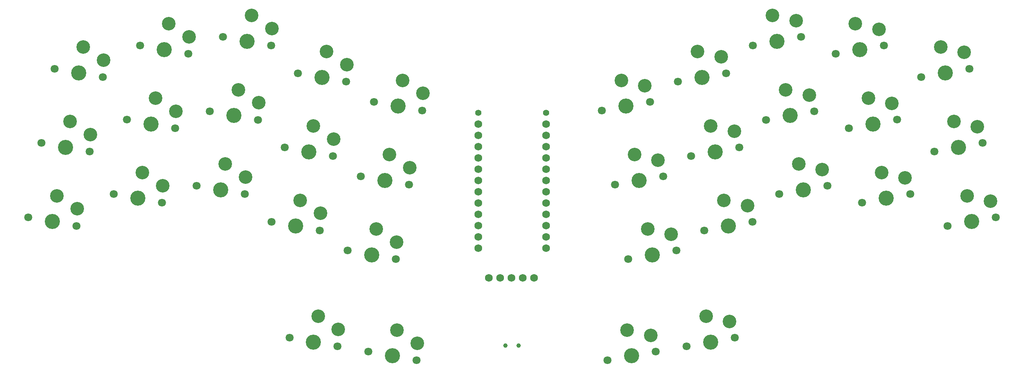
<source format=gts>
%TF.GenerationSoftware,KiCad,Pcbnew,7.0.6*%
%TF.CreationDate,2023-07-14T19:01:00+02:00*%
%TF.ProjectId,Choc34SB,43686f63-3334-4534-922e-6b696361645f,rev?*%
%TF.SameCoordinates,Original*%
%TF.FileFunction,Soldermask,Top*%
%TF.FilePolarity,Negative*%
%FSLAX46Y46*%
G04 Gerber Fmt 4.6, Leading zero omitted, Abs format (unit mm)*
G04 Created by KiCad (PCBNEW 7.0.6) date 2023-07-14 19:01:00*
%MOMM*%
%LPD*%
G01*
G04 APERTURE LIST*
%ADD10C,1.800000*%
%ADD11C,3.050000*%
%ADD12C,3.400000*%
%ADD13C,1.397000*%
%ADD14C,1.752600*%
%ADD15C,1.000000*%
G04 APERTURE END LIST*
D10*
X102717533Y-124505981D03*
D11*
X109158500Y-119650680D03*
D12*
X108133976Y-125461046D03*
D11*
X113717878Y-122587017D03*
D10*
X113550419Y-126416111D03*
X209884858Y-75429988D03*
D11*
X214276777Y-68664557D03*
D12*
X215301301Y-74474923D03*
D11*
X219565477Y-69864413D03*
D10*
X220717744Y-73519858D03*
X191966283Y-126416109D03*
D11*
X196358202Y-119650678D03*
D12*
X197382726Y-125461044D03*
D11*
X201646902Y-120850534D03*
D10*
X202799169Y-124505979D03*
X231449026Y-94068569D03*
D11*
X235840945Y-87303138D03*
D12*
X236865469Y-93113504D03*
D11*
X241129645Y-88502994D03*
D10*
X242281912Y-92158439D03*
X118776026Y-88142058D03*
D11*
X125216993Y-83286757D03*
D12*
X124192469Y-89097123D03*
D11*
X129776371Y-86223094D03*
D10*
X129608912Y-90052188D03*
X175907787Y-90052190D03*
D11*
X180299706Y-83286759D03*
D12*
X181324230Y-89097125D03*
D11*
X185588406Y-84486615D03*
D10*
X186740673Y-88142060D03*
X174239743Y-129541785D03*
D11*
X178631662Y-122776354D03*
D12*
X179656186Y-128586720D03*
D11*
X183920362Y-123976210D03*
D10*
X185072629Y-127631655D03*
D13*
X160382182Y-73858711D03*
D10*
X101639888Y-81668044D03*
D11*
X108080855Y-76812743D03*
D12*
X107056331Y-82623109D03*
D11*
X112640233Y-79749080D03*
D10*
X112472774Y-83578174D03*
X84798954Y-73519854D03*
D11*
X91239921Y-68664553D03*
D12*
X90215397Y-74474919D03*
D11*
X95799299Y-71600890D03*
D10*
X95631840Y-75429984D03*
X63234793Y-92158442D03*
D11*
X69675760Y-87303141D03*
D12*
X68651236Y-93113507D03*
D11*
X74235138Y-90239478D03*
D10*
X74067679Y-94068572D03*
X81846935Y-90261593D03*
D11*
X88287902Y-85406292D03*
D12*
X87263378Y-91216658D03*
D11*
X92847280Y-88342629D03*
D10*
X92679821Y-92171723D03*
X193043920Y-83578177D03*
D11*
X197435839Y-76812746D03*
D12*
X198460363Y-82623112D03*
D11*
X202724539Y-78012602D03*
D10*
X203876806Y-81668047D03*
X104591906Y-64926316D03*
D11*
X111032873Y-60071015D03*
D12*
X110008349Y-65881381D03*
D11*
X115592251Y-63007352D03*
D10*
X115424792Y-66836446D03*
X178859810Y-106793925D03*
D11*
X183251729Y-100028494D03*
D12*
X184276253Y-105838860D03*
D11*
X188540429Y-101228350D03*
D10*
X189692696Y-104883795D03*
X115823999Y-104883790D03*
D11*
X122264966Y-100028489D03*
D12*
X121240442Y-105838855D03*
D11*
X126824344Y-102964826D03*
D10*
X126656885Y-106793920D03*
X49936281Y-63920171D03*
D11*
X56377248Y-59064870D03*
D12*
X55352724Y-64875236D03*
D11*
X60936626Y-62001207D03*
D10*
X60769167Y-65830301D03*
X212836873Y-92171719D03*
D11*
X217228792Y-85406288D03*
D12*
X218253316Y-91216654D03*
D11*
X222517492Y-86606144D03*
D10*
X223669759Y-90261589D03*
X190091905Y-66836448D03*
D11*
X194483824Y-60071017D03*
D12*
X195508348Y-65881383D03*
D11*
X199772524Y-61270873D03*
D10*
X200924791Y-64926318D03*
X87750966Y-56778128D03*
D11*
X94191933Y-51922827D03*
D12*
X93167409Y-57733193D03*
D11*
X98751311Y-54859164D03*
D10*
X98583852Y-58688258D03*
X225544982Y-60585110D03*
D11*
X229936901Y-53819679D03*
D12*
X230961425Y-59630045D03*
D11*
X235225601Y-55019535D03*
D10*
X236377868Y-58674980D03*
X46984260Y-80661913D03*
D11*
X53425227Y-75806612D03*
D12*
X52400703Y-81616978D03*
D11*
X57984605Y-78742949D03*
D10*
X57817146Y-82572043D03*
X121728041Y-71400328D03*
D11*
X128169008Y-66545027D03*
D12*
X127144484Y-72355393D03*
D11*
X132728386Y-69481364D03*
D10*
X132560927Y-73310458D03*
X172955771Y-73310456D03*
D11*
X177347690Y-66545025D03*
D12*
X178372214Y-72355391D03*
D11*
X182636390Y-67744881D03*
D10*
X183788657Y-71400326D03*
X195995944Y-100319908D03*
D11*
X200387863Y-93554477D03*
D12*
X201412387Y-99364843D03*
D11*
X205676563Y-94754333D03*
D10*
X206828830Y-98409778D03*
X44032241Y-97403647D03*
D11*
X50473208Y-92548346D03*
D12*
X49448684Y-98358712D03*
D11*
X55032586Y-95484683D03*
D10*
X54865127Y-99313777D03*
X69138830Y-58674986D03*
D11*
X75579797Y-53819685D03*
D12*
X74555273Y-59630051D03*
D11*
X80139175Y-56756022D03*
D10*
X79971716Y-60585116D03*
X120444073Y-127631650D03*
D11*
X126885040Y-122776349D03*
D12*
X125860516Y-128586715D03*
D11*
X131444418Y-125712686D03*
D10*
X131276959Y-129541780D03*
X247699554Y-82572044D03*
D11*
X252091473Y-75806613D03*
D12*
X253115997Y-81616979D03*
D11*
X257380173Y-77006469D03*
D10*
X258532440Y-80661914D03*
X228496998Y-77326841D03*
D11*
X232888917Y-70561410D03*
D12*
X233913441Y-76371776D03*
D11*
X238177617Y-71761266D03*
D10*
X239329884Y-75416711D03*
X66186814Y-75416706D03*
D11*
X72627781Y-70561405D03*
D12*
X71603257Y-76371771D03*
D11*
X77187159Y-73497742D03*
D10*
X77019700Y-77326836D03*
X206932843Y-58688257D03*
D11*
X211324762Y-51922826D03*
D12*
X212349286Y-57733192D03*
D11*
X216613462Y-53122682D03*
D10*
X217765729Y-56778127D03*
X244747531Y-65830310D03*
D11*
X249139450Y-59064879D03*
D12*
X250163974Y-64875245D03*
D11*
X254428150Y-60264735D03*
D10*
X255580417Y-63920180D03*
D13*
X145148682Y-73858709D03*
D14*
X147518347Y-111055387D03*
X150058347Y-111055387D03*
X152598347Y-111055387D03*
X155138347Y-111055387D03*
X157678347Y-111055387D03*
D10*
X98687872Y-98409775D03*
D11*
X105128839Y-93554474D03*
D12*
X104104315Y-99364840D03*
D11*
X109688217Y-96490811D03*
D10*
X109520758Y-100319905D03*
X250651569Y-99313774D03*
D11*
X255043488Y-92548343D03*
D12*
X256068012Y-98358709D03*
D11*
X260332188Y-93748199D03*
D10*
X261484455Y-97403644D03*
D14*
X160378343Y-76372142D03*
X160378343Y-78912142D03*
X160378343Y-81452142D03*
X160378343Y-83992142D03*
X160378343Y-86532142D03*
X160378343Y-89072142D03*
X160378343Y-91612142D03*
X160378343Y-94152142D03*
X160378343Y-96692142D03*
X160378343Y-99232142D03*
X160378343Y-101772142D03*
X160378343Y-104312142D03*
X145138343Y-104312142D03*
X145138343Y-101772142D03*
X145138343Y-99232142D03*
X145138343Y-96692142D03*
X145138343Y-94152142D03*
X145138343Y-91612142D03*
X145138343Y-89072142D03*
X145138343Y-86532142D03*
X145138343Y-83992142D03*
X145138343Y-81452142D03*
X145138343Y-78912142D03*
X145138343Y-76372142D03*
D15*
X151258346Y-126258709D03*
X154258346Y-126258709D03*
M02*

</source>
